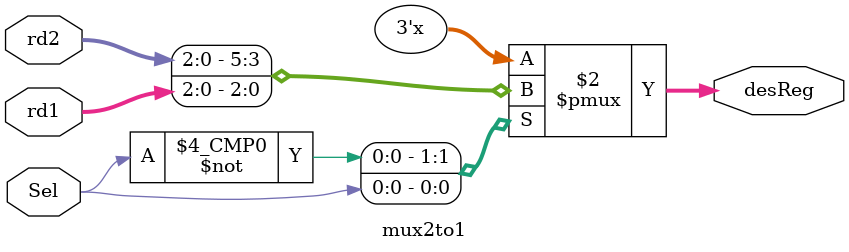
<source format=v>
module mux2to1(input [2:0] rd1, input [2:0] rd2, input Sel, output reg [2:0] desReg);
	always @ (rd1 or rd2 or Sel)
	begin
		case (Sel)
			0:
			begin
				desReg=rd2;
			end
			1:
			begin
				desReg=rd1;
			end
		endcase
	end
endmodule
</source>
